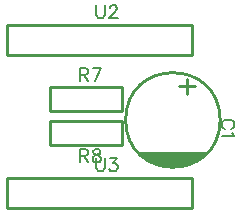
<source format=gto>
G04 Layer: TopSilkscreenLayer*
G04 EasyEDA v6.5.5, 2022-07-15 14:42:27*
G04 532d801377d849919285b652b89c2504,d87ca97578a24c0188edd79bd05468ec,10*
G04 Gerber Generator version 0.2*
G04 Scale: 100 percent, Rotated: No, Reflected: No *
G04 Dimensions in millimeters *
G04 leading zeros omitted , absolute positions ,4 integer and 5 decimal *
%FSLAX45Y45*%
%MOMM*%

%ADD10C,0.2540*%
%ADD14C,0.1524*%

%LPD*%
D14*
X990597Y-75178D02*
G01*
X990597Y-153156D01*
X995677Y-168650D01*
X1006091Y-179064D01*
X1021839Y-184144D01*
X1032253Y-184144D01*
X1047747Y-179064D01*
X1058161Y-168650D01*
X1063241Y-153156D01*
X1063241Y-75178D01*
X1102865Y-101086D02*
G01*
X1102865Y-96006D01*
X1107945Y-85592D01*
X1113279Y-80258D01*
X1123693Y-75178D01*
X1144267Y-75178D01*
X1154681Y-80258D01*
X1160015Y-85592D01*
X1165095Y-96006D01*
X1165095Y-106420D01*
X1160015Y-116834D01*
X1149601Y-132328D01*
X1097531Y-184144D01*
X1170429Y-184144D01*
X850900Y-608584D02*
G01*
X850900Y-717550D01*
X850900Y-608584D02*
G01*
X897636Y-608584D01*
X913129Y-613663D01*
X918463Y-618997D01*
X923543Y-629412D01*
X923543Y-639826D01*
X918463Y-650239D01*
X913129Y-655320D01*
X897636Y-660400D01*
X850900Y-660400D01*
X887222Y-660400D02*
G01*
X923543Y-717550D01*
X1030731Y-608584D02*
G01*
X978661Y-717550D01*
X957834Y-608584D02*
G01*
X1030731Y-608584D01*
X850900Y-1294384D02*
G01*
X850900Y-1403350D01*
X850900Y-1294384D02*
G01*
X897636Y-1294384D01*
X913129Y-1299463D01*
X918463Y-1304797D01*
X923543Y-1315212D01*
X923543Y-1325626D01*
X918463Y-1336039D01*
X913129Y-1341120D01*
X897636Y-1346200D01*
X850900Y-1346200D01*
X887222Y-1346200D02*
G01*
X923543Y-1403350D01*
X983995Y-1294384D02*
G01*
X968247Y-1299463D01*
X963168Y-1309878D01*
X963168Y-1320292D01*
X968247Y-1330705D01*
X978661Y-1336039D01*
X999490Y-1341120D01*
X1014984Y-1346200D01*
X1025397Y-1356613D01*
X1030731Y-1367028D01*
X1030731Y-1382776D01*
X1025397Y-1393189D01*
X1020318Y-1398270D01*
X1004570Y-1403350D01*
X983995Y-1403350D01*
X968247Y-1398270D01*
X963168Y-1393189D01*
X957834Y-1382776D01*
X957834Y-1367028D01*
X963168Y-1356613D01*
X973581Y-1346200D01*
X989075Y-1341120D01*
X1009904Y-1336039D01*
X1020318Y-1330705D01*
X1025397Y-1320292D01*
X1025397Y-1309878D01*
X1020318Y-1299463D01*
X1004570Y-1294384D01*
X983995Y-1294384D01*
X2134108Y-1119378D02*
G01*
X2144522Y-1114044D01*
X2154936Y-1103629D01*
X2160015Y-1093470D01*
X2160015Y-1072642D01*
X2154936Y-1062228D01*
X2144522Y-1051813D01*
X2134108Y-1046479D01*
X2118359Y-1041400D01*
X2092452Y-1041400D01*
X2076958Y-1046479D01*
X2066543Y-1051813D01*
X2056129Y-1062228D01*
X2051050Y-1072642D01*
X2051050Y-1093470D01*
X2056129Y-1103629D01*
X2066543Y-1114044D01*
X2076958Y-1119378D01*
X2139188Y-1153668D02*
G01*
X2144522Y-1164081D01*
X2160015Y-1179576D01*
X2051050Y-1179576D01*
X990600Y-1370584D02*
G01*
X990600Y-1448562D01*
X995679Y-1464055D01*
X1006093Y-1474470D01*
X1021841Y-1479550D01*
X1032256Y-1479550D01*
X1047750Y-1474470D01*
X1058163Y-1464055D01*
X1063243Y-1448562D01*
X1063243Y-1370584D01*
X1107947Y-1370584D02*
G01*
X1165097Y-1370584D01*
X1134109Y-1412239D01*
X1149604Y-1412239D01*
X1160018Y-1417320D01*
X1165097Y-1422400D01*
X1170431Y-1438147D01*
X1170431Y-1448562D01*
X1165097Y-1464055D01*
X1154684Y-1474470D01*
X1139190Y-1479550D01*
X1123695Y-1479550D01*
X1107947Y-1474470D01*
X1102868Y-1469389D01*
X1097534Y-1458976D01*
G36*
X1338326Y-1316380D02*
G01*
X1352296Y-1329131D01*
X1366774Y-1341272D01*
X1381810Y-1352753D01*
X1397355Y-1363573D01*
X1413306Y-1373682D01*
X1429715Y-1383131D01*
X1446530Y-1391818D01*
X1463649Y-1399794D01*
X1481124Y-1407007D01*
X1498904Y-1413459D01*
X1516989Y-1419148D01*
X1535226Y-1424025D01*
X1553718Y-1428089D01*
X1572361Y-1431391D01*
X1591106Y-1433830D01*
X1609953Y-1435455D01*
X1628851Y-1436319D01*
X1647748Y-1436319D01*
X1666646Y-1435455D01*
X1685493Y-1433830D01*
X1704238Y-1431391D01*
X1722882Y-1428089D01*
X1741373Y-1424025D01*
X1759610Y-1419148D01*
X1777695Y-1413459D01*
X1795475Y-1407007D01*
X1812950Y-1399794D01*
X1830070Y-1391818D01*
X1846884Y-1383131D01*
X1863293Y-1373682D01*
X1879244Y-1363573D01*
X1894789Y-1352753D01*
X1909825Y-1341272D01*
X1924304Y-1329131D01*
X1938274Y-1316380D01*
G37*
D10*
X235996Y-238295D02*
G01*
X1795998Y-238295D01*
X1795998Y-498294D01*
X235996Y-498294D01*
X235996Y-238295D01*
X1206500Y-762000D02*
G01*
X1206500Y-965200D01*
X1206500Y-965200D02*
G01*
X596900Y-965200D01*
X596900Y-762000D02*
G01*
X1206500Y-762000D01*
X596900Y-965200D02*
G01*
X596900Y-762000D01*
X596900Y-1257300D02*
G01*
X596900Y-1054100D01*
X596900Y-1054100D02*
G01*
X1206500Y-1054100D01*
X1206500Y-1257300D02*
G01*
X596900Y-1257300D01*
X1206500Y-1054100D02*
G01*
X1206500Y-1257300D01*
X1758299Y-821400D02*
G01*
X1758299Y-696940D01*
X1690989Y-759170D02*
G01*
X1825609Y-759170D01*
X235996Y-1533695D02*
G01*
X1795998Y-1533695D01*
X1795998Y-1793694D01*
X235996Y-1793694D01*
X235996Y-1533695D01*
G75*
G01*
X2038350Y-1041654D02*
G03*
X2038350Y-1048766I-399984J-3556D01*
M02*

</source>
